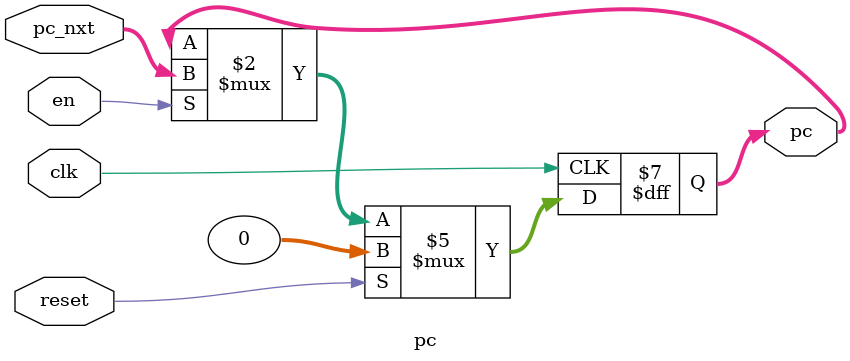
<source format=v>
module pc (pc,clk,reset,en,pc_nxt);
input clk,reset,en;
input [31:0]pc_nxt;
output reg [31:0]pc;

always @(posedge clk) begin
    if(reset)
    begin
        pc <= 32'd0;
    end
    else begin
        if(en)
        begin
            pc <= pc_nxt;
        end
    end
end
    
endmodule
</source>
